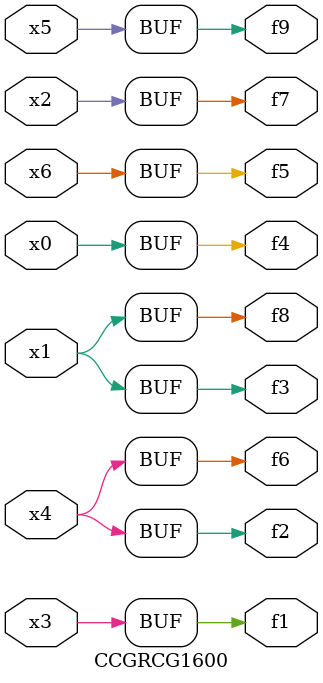
<source format=v>
module CCGRCG1600(
	input x0, x1, x2, x3, x4, x5, x6,
	output f1, f2, f3, f4, f5, f6, f7, f8, f9
);
	assign f1 = x3;
	assign f2 = x4;
	assign f3 = x1;
	assign f4 = x0;
	assign f5 = x6;
	assign f6 = x4;
	assign f7 = x2;
	assign f8 = x1;
	assign f9 = x5;
endmodule

</source>
